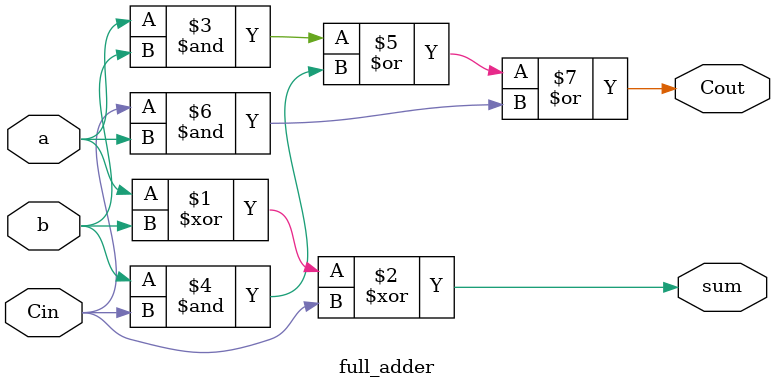
<source format=v>
module full_adder(
   input a,
   input b,
   input Cin,
   output sum,
   output Cout);

assign sum=a^b^Cin;
assign Cout=(a&b|b&Cin|Cin&a);

endmodule

</source>
